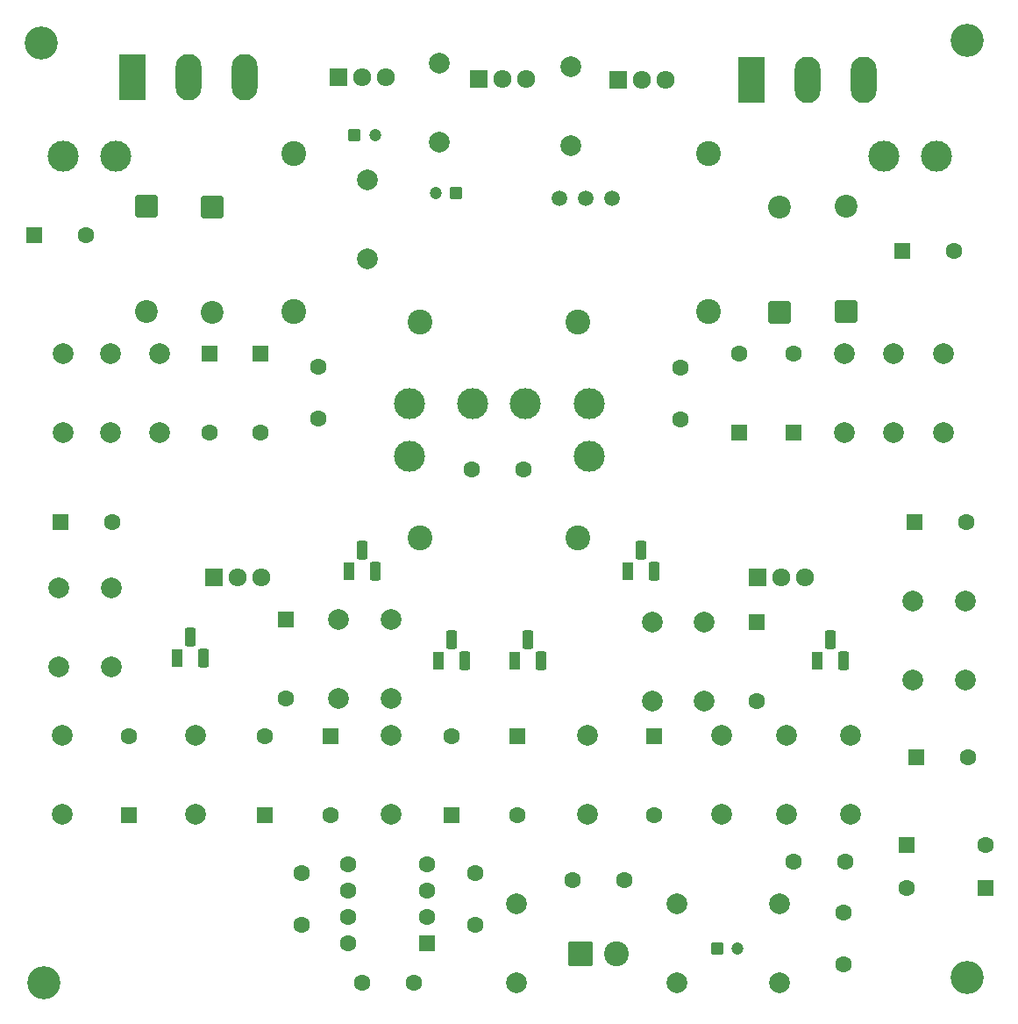
<source format=gbr>
%TF.GenerationSoftware,KiCad,Pcbnew,9.0.6*%
%TF.CreationDate,2025-11-26T21:24:57-05:00*%
%TF.ProjectId,opamp-front,6f70616d-702d-4667-926f-6e742e6b6963,rev?*%
%TF.SameCoordinates,Original*%
%TF.FileFunction,Soldermask,Top*%
%TF.FilePolarity,Negative*%
%FSLAX46Y46*%
G04 Gerber Fmt 4.6, Leading zero omitted, Abs format (unit mm)*
G04 Created by KiCad (PCBNEW 9.0.6) date 2025-11-26 21:24:57*
%MOMM*%
%LPD*%
G01*
G04 APERTURE LIST*
G04 Aperture macros list*
%AMRoundRect*
0 Rectangle with rounded corners*
0 $1 Rounding radius*
0 $2 $3 $4 $5 $6 $7 $8 $9 X,Y pos of 4 corners*
0 Add a 4 corners polygon primitive as box body*
4,1,4,$2,$3,$4,$5,$6,$7,$8,$9,$2,$3,0*
0 Add four circle primitives for the rounded corners*
1,1,$1+$1,$2,$3*
1,1,$1+$1,$4,$5*
1,1,$1+$1,$6,$7*
1,1,$1+$1,$8,$9*
0 Add four rect primitives between the rounded corners*
20,1,$1+$1,$2,$3,$4,$5,0*
20,1,$1+$1,$4,$5,$6,$7,0*
20,1,$1+$1,$6,$7,$8,$9,0*
20,1,$1+$1,$8,$9,$2,$3,0*%
G04 Aperture macros list end*
%ADD10C,2.000000*%
%ADD11C,1.600000*%
%ADD12C,2.400000*%
%ADD13R,2.500000X4.500000*%
%ADD14O,2.500000X4.500000*%
%ADD15RoundRect,0.250000X-0.550000X0.550000X-0.550000X-0.550000X0.550000X-0.550000X0.550000X0.550000X0*%
%ADD16C,3.000000*%
%ADD17RoundRect,0.250000X-0.550000X-0.550000X0.550000X-0.550000X0.550000X0.550000X-0.550000X0.550000X0*%
%ADD18RoundRect,0.249999X-0.850001X0.850001X-0.850001X-0.850001X0.850001X-0.850001X0.850001X0.850001X0*%
%ADD19C,2.200000*%
%ADD20R,1.100000X1.800000*%
%ADD21RoundRect,0.275000X-0.275000X-0.625000X0.275000X-0.625000X0.275000X0.625000X-0.275000X0.625000X0*%
%ADD22RoundRect,0.250000X0.550000X-0.550000X0.550000X0.550000X-0.550000X0.550000X-0.550000X-0.550000X0*%
%ADD23R,1.710000X1.800000*%
%ADD24O,1.710000X1.800000*%
%ADD25RoundRect,0.250000X-0.350000X-0.350000X0.350000X-0.350000X0.350000X0.350000X-0.350000X0.350000X0*%
%ADD26C,1.200000*%
%ADD27RoundRect,0.249999X0.850001X-0.850001X0.850001X0.850001X-0.850001X0.850001X-0.850001X-0.850001X0*%
%ADD28RoundRect,0.250000X0.550000X0.550000X-0.550000X0.550000X-0.550000X-0.550000X0.550000X-0.550000X0*%
%ADD29C,3.200000*%
%ADD30RoundRect,0.250000X0.350000X0.350000X-0.350000X0.350000X-0.350000X-0.350000X0.350000X-0.350000X0*%
%ADD31C,1.512000*%
%ADD32RoundRect,0.250001X-0.949999X-0.949999X0.949999X-0.949999X0.949999X0.949999X-0.949999X0.949999X0*%
G04 APERTURE END LIST*
D10*
%TO.C,R4*%
X85090000Y-94234000D03*
X85090000Y-101854000D03*
%TD*%
%TO.C,R29*%
X117834299Y-129286000D03*
X117834299Y-121666000D03*
%TD*%
%TO.C,R31*%
X90170000Y-113030000D03*
X90170000Y-105410000D03*
%TD*%
%TO.C,R30*%
X127740299Y-129286000D03*
X127740299Y-121666000D03*
%TD*%
%TO.C,R27*%
X107569000Y-48514000D03*
X107569000Y-40894000D03*
%TD*%
%TO.C,R26*%
X94869000Y-48133000D03*
X94869000Y-40513000D03*
%TD*%
%TO.C,R25*%
X87884000Y-51816000D03*
X87884000Y-59436000D03*
%TD*%
%TO.C,R24*%
X143510000Y-68580000D03*
X143510000Y-76200000D03*
%TD*%
%TO.C,R23*%
X133950000Y-76200000D03*
X133950000Y-68580000D03*
%TD*%
%TO.C,R22*%
X138730000Y-76200000D03*
X138730000Y-68580000D03*
%TD*%
%TO.C,R19*%
X67839305Y-68530105D03*
X67839305Y-76150105D03*
%TD*%
%TO.C,R17*%
X58584105Y-76150105D03*
X58584105Y-68530105D03*
%TD*%
%TO.C,R16*%
X63156105Y-68530105D03*
X63156105Y-76150105D03*
%TD*%
%TO.C,R15*%
X140589000Y-100076000D03*
X140589000Y-92456000D03*
%TD*%
%TO.C,R14*%
X145669000Y-100076000D03*
X145669000Y-92456000D03*
%TD*%
%TO.C,R13*%
X128359864Y-112990000D03*
X128359864Y-105370000D03*
%TD*%
%TO.C,R12*%
X134615000Y-112990000D03*
X134615000Y-105370000D03*
%TD*%
%TO.C,R11*%
X120396000Y-102108000D03*
X120396000Y-94488000D03*
%TD*%
%TO.C,R10*%
X115443000Y-102108000D03*
X115443000Y-94488000D03*
%TD*%
%TO.C,R9*%
X122104727Y-113030000D03*
X122104727Y-105410000D03*
%TD*%
%TO.C,R8*%
X109194455Y-105410000D03*
X109194455Y-113030000D03*
%TD*%
%TO.C,R7*%
X90170000Y-101854000D03*
X90170000Y-94234000D03*
%TD*%
%TO.C,R6*%
X58420000Y-105410000D03*
X58420000Y-113030000D03*
%TD*%
%TO.C,R5*%
X71330273Y-113030000D03*
X71330273Y-105410000D03*
%TD*%
%TO.C,R3*%
X63190000Y-91186000D03*
X63190000Y-98806000D03*
%TD*%
%TO.C,R2*%
X58110000Y-91186000D03*
X58110000Y-98806000D03*
%TD*%
%TO.C,R1*%
X102340299Y-121666000D03*
X102340299Y-129286000D03*
%TD*%
D11*
%TO.C,C17*%
X133858000Y-127468000D03*
X133858000Y-122468000D03*
%TD*%
D12*
%TO.C,R21*%
X92964000Y-86360000D03*
X108204000Y-86360000D03*
%TD*%
D13*
%TO.C,Q9*%
X65189000Y-41893000D03*
D14*
X70639000Y-41893000D03*
X76089000Y-41893000D03*
%TD*%
D11*
%TO.C,C2*%
X98298000Y-123698000D03*
X98298000Y-118698000D03*
%TD*%
D15*
%TO.C,D3*%
X80010000Y-94234000D03*
D11*
X80010000Y-101854000D03*
%TD*%
D16*
%TO.C,J6*%
X137795000Y-49503000D03*
X142875000Y-49503000D03*
%TD*%
D11*
%TO.C,C10*%
X97957000Y-79756000D03*
X102957000Y-79756000D03*
%TD*%
D17*
%TO.C,D1*%
X140007325Y-115969325D03*
D11*
X147627325Y-115969325D03*
%TD*%
%TO.C,C1*%
X92416000Y-129286000D03*
X87416000Y-129286000D03*
%TD*%
D18*
%TO.C,D17*%
X72925000Y-54456000D03*
D19*
X72925000Y-64616000D03*
%TD*%
D20*
%TO.C,Q5*%
X94742000Y-98190000D03*
D21*
X96012000Y-96120000D03*
X97282000Y-98190000D03*
%TD*%
D18*
%TO.C,D12*%
X66548000Y-54356000D03*
D19*
X66548000Y-64516000D03*
%TD*%
D17*
%TO.C,C7*%
X140906674Y-107460325D03*
D11*
X145906674Y-107460325D03*
%TD*%
D16*
%TO.C,J2*%
X91948000Y-78486000D03*
X91948000Y-73406000D03*
%TD*%
D22*
%TO.C,D16*%
X123790000Y-76200000D03*
D11*
X123790000Y-68580000D03*
%TD*%
D15*
%TO.C,D9*%
X125476000Y-94488000D03*
D11*
X125476000Y-102108000D03*
%TD*%
D23*
%TO.C,Q1*%
X73108000Y-90170000D03*
D24*
X75388000Y-90170000D03*
X77668000Y-90170000D03*
%TD*%
D25*
%TO.C,C4*%
X121687700Y-125984000D03*
D26*
X123687700Y-125984000D03*
%TD*%
D27*
%TO.C,D14*%
X127751000Y-64616000D03*
D19*
X127751000Y-54456000D03*
%TD*%
D28*
%TO.C,D2*%
X147627325Y-120142000D03*
D11*
X140007325Y-120142000D03*
%TD*%
D12*
%TO.C,R18*%
X80772000Y-64516000D03*
X80772000Y-49276000D03*
%TD*%
D11*
%TO.C,C11*%
X118110000Y-69890000D03*
X118110000Y-74890000D03*
%TD*%
%TO.C,C6*%
X129072000Y-117602000D03*
X134072000Y-117602000D03*
%TD*%
D17*
%TO.C,C8*%
X58247349Y-84836000D03*
D11*
X63247349Y-84836000D03*
%TD*%
D22*
%TO.C,D8*%
X96012000Y-113130000D03*
D11*
X96012000Y-105510000D03*
%TD*%
D23*
%TO.C,Q7*%
X125615000Y-90170000D03*
D24*
X127895000Y-90170000D03*
X130175000Y-90170000D03*
%TD*%
D16*
%TO.C,J3*%
X98044000Y-73379000D03*
X103124000Y-73379000D03*
%TD*%
D11*
%TO.C,C9*%
X83222105Y-69840105D03*
X83222105Y-74840105D03*
%TD*%
%TO.C,C3*%
X81534000Y-118658000D03*
X81534000Y-123658000D03*
%TD*%
D15*
%TO.C,D11*%
X77634105Y-68530105D03*
D11*
X77634105Y-76150105D03*
%TD*%
D16*
%TO.C,J4*%
X109320000Y-78486000D03*
X109320000Y-73406000D03*
%TD*%
D17*
%TO.C,C16*%
X139583349Y-58674000D03*
D11*
X144583349Y-58674000D03*
%TD*%
D29*
%TO.C,REF\u002A\u002A*%
X56388000Y-38608000D03*
%TD*%
D22*
%TO.C,D5*%
X64875136Y-113130000D03*
D11*
X64875136Y-105510000D03*
%TD*%
D15*
%TO.C,D13*%
X72666905Y-68530105D03*
D11*
X72666905Y-76150105D03*
%TD*%
D23*
%TO.C,Q12*%
X112142000Y-42164000D03*
D24*
X114422000Y-42164000D03*
X116702000Y-42164000D03*
%TD*%
D22*
%TO.C,D15*%
X129032000Y-76200000D03*
D11*
X129032000Y-68580000D03*
%TD*%
D12*
%TO.C,R20*%
X92964000Y-65532000D03*
X108204000Y-65532000D03*
%TD*%
D20*
%TO.C,Q2*%
X69540000Y-97936000D03*
D21*
X70810000Y-95866000D03*
X72080000Y-97936000D03*
%TD*%
D29*
%TO.C,REF\u002A\u002A*%
X145796000Y-128778000D03*
%TD*%
D12*
%TO.C,R28*%
X120893000Y-49276000D03*
X120893000Y-64516000D03*
%TD*%
D30*
%TO.C,C15*%
X96488000Y-53086000D03*
D26*
X94488000Y-53086000D03*
%TD*%
D15*
%TO.C,D10*%
X115649591Y-105510000D03*
D11*
X115649591Y-113130000D03*
%TD*%
D27*
%TO.C,D18*%
X134112000Y-64516000D03*
D19*
X134112000Y-54356000D03*
%TD*%
D20*
%TO.C,Q3*%
X86106000Y-89554000D03*
D21*
X87376000Y-87484000D03*
X88646000Y-89554000D03*
%TD*%
D31*
%TO.C,RV1*%
X106426000Y-53594000D03*
X108966000Y-53594000D03*
X111506000Y-53594000D03*
%TD*%
D32*
%TO.C,J1*%
X108492299Y-126492000D03*
D12*
X111992299Y-126492000D03*
%TD*%
D20*
%TO.C,Q6*%
X113030000Y-89554000D03*
D21*
X114300000Y-87484000D03*
X115570000Y-89554000D03*
%TD*%
D23*
%TO.C,Q10*%
X85102000Y-41910000D03*
D24*
X87382000Y-41910000D03*
X89662000Y-41910000D03*
%TD*%
D29*
%TO.C,REF\u002A\u002A*%
X56642000Y-129286000D03*
%TD*%
D23*
%TO.C,Q11*%
X98691000Y-42037000D03*
D24*
X100971000Y-42037000D03*
X103251000Y-42037000D03*
%TD*%
D20*
%TO.C,Q8*%
X131318000Y-98190000D03*
D21*
X132588000Y-96120000D03*
X133858000Y-98190000D03*
%TD*%
D20*
%TO.C,Q4*%
X102108000Y-98190000D03*
D21*
X103378000Y-96120000D03*
X104648000Y-98190000D03*
%TD*%
D29*
%TO.C,REF\u002A\u002A*%
X145796000Y-38354000D03*
%TD*%
D11*
%TO.C,C5*%
X112714299Y-119380000D03*
X107714299Y-119380000D03*
%TD*%
D16*
%TO.C,J5*%
X58574000Y-49503000D03*
X63654000Y-49503000D03*
%TD*%
D25*
%TO.C,C14*%
X86646000Y-47498000D03*
D26*
X88646000Y-47498000D03*
%TD*%
D15*
%TO.C,D4*%
X102360586Y-105510000D03*
D11*
X102360586Y-113130000D03*
%TD*%
D28*
%TO.C,U1*%
X93699299Y-125436000D03*
D11*
X93699299Y-122896000D03*
X93699299Y-120356000D03*
X93699299Y-117816000D03*
X86079299Y-117816000D03*
X86079299Y-120356000D03*
X86079299Y-122896000D03*
X86079299Y-125436000D03*
%TD*%
D17*
%TO.C,C12*%
X140726349Y-84836000D03*
D11*
X145726349Y-84836000D03*
%TD*%
D17*
%TO.C,C13*%
X55763349Y-57150000D03*
D11*
X60763349Y-57150000D03*
%TD*%
D13*
%TO.C,Q13*%
X124968000Y-42120000D03*
D14*
X130418000Y-42120000D03*
X135868000Y-42120000D03*
%TD*%
D22*
%TO.C,D6*%
X77978000Y-113130000D03*
D11*
X77978000Y-105510000D03*
%TD*%
D15*
%TO.C,D7*%
X84328000Y-105510000D03*
D11*
X84328000Y-113130000D03*
%TD*%
M02*

</source>
